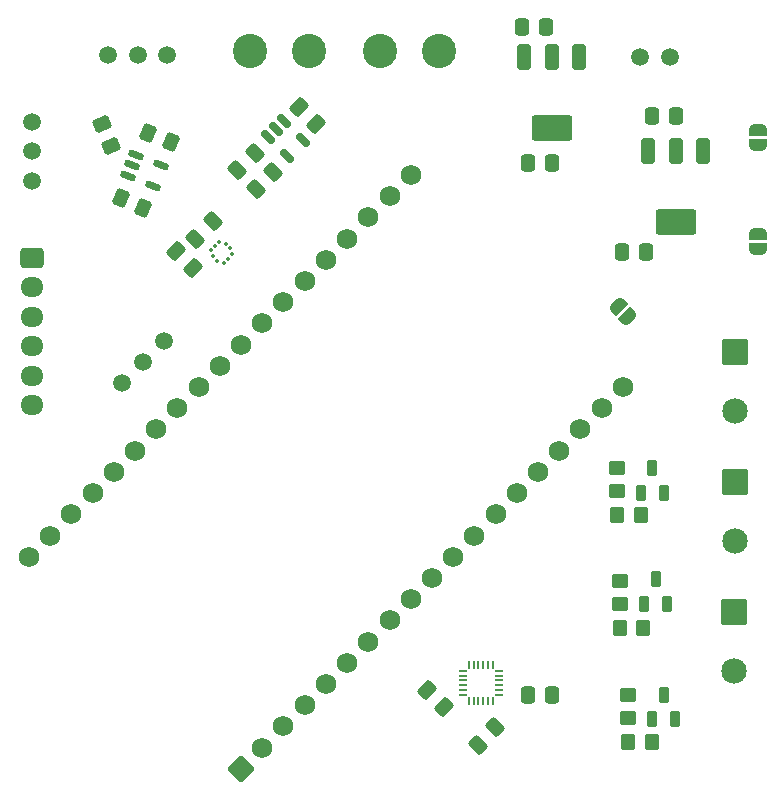
<source format=gbr>
%TF.GenerationSoftware,KiCad,Pcbnew,9.0.1*%
%TF.CreationDate,2025-04-15T15:10:41-07:00*%
%TF.ProjectId,IO:Sensor Board,494f3a53-656e-4736-9f72-20426f617264,rev?*%
%TF.SameCoordinates,Original*%
%TF.FileFunction,Soldermask,Top*%
%TF.FilePolarity,Negative*%
%FSLAX46Y46*%
G04 Gerber Fmt 4.6, Leading zero omitted, Abs format (unit mm)*
G04 Created by KiCad (PCBNEW 9.0.1) date 2025-04-15 15:10:41*
%MOMM*%
%LPD*%
G01*
G04 APERTURE LIST*
G04 Aperture macros list*
%AMRoundRect*
0 Rectangle with rounded corners*
0 $1 Rounding radius*
0 $2 $3 $4 $5 $6 $7 $8 $9 X,Y pos of 4 corners*
0 Add a 4 corners polygon primitive as box body*
4,1,4,$2,$3,$4,$5,$6,$7,$8,$9,$2,$3,0*
0 Add four circle primitives for the rounded corners*
1,1,$1+$1,$2,$3*
1,1,$1+$1,$4,$5*
1,1,$1+$1,$6,$7*
1,1,$1+$1,$8,$9*
0 Add four rect primitives between the rounded corners*
20,1,$1+$1,$2,$3,$4,$5,0*
20,1,$1+$1,$4,$5,$6,$7,0*
20,1,$1+$1,$6,$7,$8,$9,0*
20,1,$1+$1,$8,$9,$2,$3,0*%
%AMRotRect*
0 Rectangle, with rotation*
0 The origin of the aperture is its center*
0 $1 length*
0 $2 width*
0 $3 Rotation angle, in degrees counterclockwise*
0 Add horizontal line*
21,1,$1,$2,0,0,$3*%
%AMFreePoly0*
4,1,23,0.499999,-0.750000,0.000000,-0.750000,0.000000,-0.745722,-0.065263,-0.745722,-0.191342,-0.711940,-0.304381,-0.646677,-0.396677,-0.554382,-0.461940,-0.441342,-0.495722,-0.315263,-0.495722,-0.250000,-0.500000,-0.250000,-0.500000,0.250000,-0.495722,0.250000,-0.495722,0.315263,-0.461940,0.441342,-0.396677,0.554382,-0.304381,0.646677,-0.191342,0.711940,-0.065263,0.745722,0.000000,0.745722,
0.000000,0.750000,0.499999,0.750000,0.499999,-0.750000,0.499999,-0.750000,$1*%
%AMFreePoly1*
4,1,23,0.000000,0.745722,0.065263,0.745722,0.191342,0.711940,0.304381,0.646677,0.396677,0.554382,0.461940,0.441342,0.495722,0.315263,0.495722,0.250000,0.500000,0.250000,0.500000,-0.250000,0.495722,-0.250000,0.495722,-0.315263,0.461940,-0.441342,0.396677,-0.554382,0.304381,-0.646677,0.191342,-0.711940,0.065263,-0.745722,0.000000,-0.745722,0.000000,-0.750000,-0.499999,-0.750000,
-0.499999,0.750000,0.000000,0.750000,0.000000,0.745722,0.000000,0.745722,$1*%
G04 Aperture macros list end*
%ADD10RoundRect,0.250000X-0.337500X-0.475000X0.337500X-0.475000X0.337500X0.475000X-0.337500X0.475000X0*%
%ADD11C,1.498600*%
%ADD12RoundRect,0.250000X-0.350000X-0.450000X0.350000X-0.450000X0.350000X0.450000X-0.350000X0.450000X0*%
%ADD13RoundRect,0.250000X0.574524X0.097227X0.097227X0.574524X-0.574524X-0.097227X-0.097227X-0.574524X0*%
%ADD14RoundRect,0.250000X0.450000X-0.350000X0.450000X0.350000X-0.450000X0.350000X-0.450000X-0.350000X0*%
%ADD15RoundRect,0.141750X-0.425250X0.950250X-0.425250X-0.950250X0.425250X-0.950250X0.425250X0.950250X0*%
%ADD16RoundRect,0.273000X-1.444000X0.819000X-1.444000X-0.819000X1.444000X-0.819000X1.444000X0.819000X0*%
%ADD17FreePoly0,315.000000*%
%ADD18FreePoly1,315.000000*%
%ADD19RoundRect,0.150000X-0.468458X0.256326X0.256326X-0.468458X0.468458X-0.256326X-0.256326X0.468458X0*%
%ADD20RoundRect,0.250000X0.337500X0.475000X-0.337500X0.475000X-0.337500X-0.475000X0.337500X-0.475000X0*%
%ADD21RoundRect,0.250000X-0.493584X-0.309687X0.130035X-0.567998X0.493584X0.309687X-0.130035X0.567998X0*%
%ADD22RoundRect,0.102000X-0.975000X0.975000X-0.975000X-0.975000X0.975000X-0.975000X0.975000X0.975000X0*%
%ADD23C,2.154000*%
%ADD24RoundRect,0.250000X0.097227X-0.574524X0.574524X-0.097227X-0.097227X0.574524X-0.574524X0.097227X0*%
%ADD25FreePoly0,90.000000*%
%ADD26FreePoly1,90.000000*%
%ADD27C,2.904000*%
%ADD28RotRect,0.254000X0.279400X135.000000*%
%ADD29RotRect,0.254000X0.254000X45.000000*%
%ADD30RoundRect,0.250000X-0.574524X-0.097227X-0.097227X-0.574524X0.574524X0.097227X0.097227X0.574524X0*%
%ADD31RoundRect,0.102000X0.325000X-0.550000X0.325000X0.550000X-0.325000X0.550000X-0.325000X-0.550000X0*%
%ADD32RoundRect,0.150000X-0.530891X0.057543X0.416086X-0.334707X0.530891X-0.057543X-0.416086X0.334707X0*%
%ADD33RoundRect,0.102000X1.081873X0.000000X0.000000X1.081873X-1.081873X0.000000X0.000000X-1.081873X0*%
%ADD34C,1.734000*%
%ADD35R,0.660400X0.203200*%
%ADD36R,0.203200X0.660400*%
%ADD37RoundRect,0.250000X-0.567998X0.130035X-0.309687X-0.493584X0.567998X-0.130035X0.309687X0.493584X0*%
%ADD38RoundRect,0.250000X-0.725000X0.600000X-0.725000X-0.600000X0.725000X-0.600000X0.725000X0.600000X0*%
%ADD39O,1.950000X1.700000*%
%ADD40FreePoly0,270.000000*%
%ADD41FreePoly1,270.000000*%
%ADD42RoundRect,0.250000X-0.097227X0.574524X-0.574524X0.097227X0.097227X-0.574524X0.574524X-0.097227X0*%
G04 APERTURE END LIST*
D10*
%TO.C,C9*%
X184925000Y-88000000D03*
X187000000Y-88000000D03*
%TD*%
D11*
%TO.C,J1*%
X146142393Y-95606859D03*
X144374626Y-97374626D03*
X142606859Y-99142393D03*
%TD*%
D12*
%TO.C,R2*%
X185500000Y-129500000D03*
X187500000Y-129500000D03*
%TD*%
D13*
%TO.C,C3*%
X148649714Y-89382812D03*
X147182468Y-87915566D03*
%TD*%
D14*
%TO.C,R3*%
X184760000Y-117850002D03*
X184760000Y-115850000D03*
%TD*%
D15*
%TO.C,U7*%
X191800001Y-79484998D03*
X189500000Y-79485000D03*
X187200001Y-79485000D03*
D16*
X189500000Y-85515000D03*
%TD*%
D17*
%TO.C,JP3*%
X184580762Y-92580762D03*
D18*
X185500000Y-93500000D03*
%TD*%
D19*
%TO.C,U5*%
X156343503Y-76962040D03*
X155671752Y-77633791D03*
X155000001Y-78305542D03*
X156608669Y-79914210D03*
X157952171Y-78570708D03*
%TD*%
D20*
%TO.C,C14*%
X178537500Y-69000000D03*
X176462500Y-69000000D03*
%TD*%
D10*
%TO.C,C15*%
X176962499Y-80514999D03*
X179037499Y-80514999D03*
%TD*%
D21*
%TO.C,C5*%
X142529344Y-83498106D03*
X144446394Y-84292174D03*
%TD*%
D22*
%TO.C,P2*%
X194500000Y-107500000D03*
D23*
X194500000Y-112500000D03*
%TD*%
D24*
%TO.C,C6*%
X153974696Y-82707282D03*
X155441942Y-81240036D03*
%TD*%
D25*
%TO.C,JP2*%
X196500000Y-79000000D03*
D26*
X196500002Y-77699998D03*
%TD*%
D20*
%TO.C,C10*%
X189537500Y-76500000D03*
X187462500Y-76500000D03*
%TD*%
D27*
%TO.C,U10*%
X164500000Y-71000000D03*
X169500000Y-71000000D03*
%TD*%
D24*
%TO.C,C4*%
X152383705Y-81116291D03*
X153850951Y-79649045D03*
%TD*%
D14*
%TO.C,R1*%
X185500000Y-127500001D03*
X185500000Y-125499999D03*
%TD*%
D22*
%TO.C,P3*%
X194500000Y-96500000D03*
D23*
X194500000Y-101500000D03*
%TD*%
D28*
%TO.C,U1*%
X150332203Y-88407431D03*
X150685757Y-88760985D03*
D29*
X151239636Y-88946741D03*
X151593188Y-88593188D03*
X151946741Y-88239636D03*
D28*
X151760985Y-87685757D03*
X151407431Y-87332203D03*
D29*
X150853552Y-87146447D03*
X150500000Y-87500000D03*
X150146447Y-87853552D03*
%TD*%
D11*
%TO.C,J4*%
X189000000Y-71500000D03*
X186500000Y-71500000D03*
%TD*%
D30*
%TO.C,C8*%
X157625134Y-75768798D03*
X159092380Y-77236044D03*
%TD*%
D13*
%TO.C,C12*%
X169908624Y-126558624D03*
X168441378Y-125091378D03*
%TD*%
D31*
%TO.C,Q1*%
X187540000Y-127600001D03*
X189460000Y-127600001D03*
X188500000Y-125500000D03*
%TD*%
D15*
%TO.C,U9*%
X181300001Y-71484998D03*
X179000000Y-71485000D03*
X176700001Y-71485000D03*
D16*
X179000000Y-77515000D03*
%TD*%
D14*
%TO.C,R5*%
X184540000Y-108299999D03*
X184540000Y-106299999D03*
%TD*%
D11*
%TO.C,J5*%
X135000000Y-77000000D03*
X135000000Y-79500000D03*
X135000000Y-82000000D03*
%TD*%
D32*
%TO.C,U3*%
X143837036Y-79818442D03*
X143473487Y-80696127D03*
X143109937Y-81573812D03*
X145211764Y-82444416D03*
X145938863Y-80689046D03*
%TD*%
D31*
%TO.C,Q2*%
X186840000Y-117850001D03*
X188760000Y-117850001D03*
X187800000Y-115750000D03*
%TD*%
D24*
%TO.C,C2*%
X148844169Y-86890261D03*
X150311415Y-85423015D03*
%TD*%
D10*
%TO.C,C11*%
X177000001Y-125500000D03*
X179075001Y-125500000D03*
%TD*%
D33*
%TO.C,U2*%
X152703949Y-131796051D03*
D34*
X154500000Y-130000000D03*
X156296052Y-128203949D03*
X158092103Y-126407897D03*
X159888154Y-124611846D03*
X161684205Y-122815795D03*
X163480257Y-121019744D03*
X165276308Y-119223693D03*
X167072359Y-117427641D03*
X168868410Y-115631590D03*
X170664461Y-113835539D03*
X172460513Y-112039488D03*
X174256564Y-110243436D03*
X176052615Y-108447385D03*
X177848666Y-106651334D03*
X179644718Y-104855283D03*
X181440769Y-103059231D03*
X183236820Y-101263180D03*
X185032871Y-99467129D03*
X167072359Y-81506617D03*
X165276308Y-83302668D03*
X163480257Y-85098719D03*
X161684205Y-86894770D03*
X159888154Y-88690822D03*
X158092103Y-90486873D03*
X156296052Y-92282924D03*
X154500000Y-94078975D03*
X152703949Y-95875027D03*
X150907898Y-97671078D03*
X149111847Y-99467129D03*
X147315795Y-101263180D03*
X145519744Y-103059231D03*
X143723693Y-104855283D03*
X141927642Y-106651334D03*
X140131591Y-108447385D03*
X138335539Y-110243436D03*
X136539488Y-112039488D03*
X134743437Y-113835539D03*
%TD*%
D12*
%TO.C,R6*%
X184540000Y-110299999D03*
X186540000Y-110299999D03*
%TD*%
D35*
%TO.C,U4*%
X171476000Y-123499999D03*
X171476000Y-123900001D03*
X171476000Y-124300000D03*
X171476000Y-124700000D03*
X171476000Y-125099999D03*
X171476000Y-125500001D03*
D36*
X171999999Y-126024000D03*
X172400001Y-126024000D03*
X172800000Y-126024000D03*
X173200000Y-126024000D03*
X173599999Y-126024000D03*
X174000001Y-126024000D03*
D35*
X174524000Y-125500001D03*
X174524000Y-125099999D03*
X174524000Y-124700000D03*
X174524000Y-124300000D03*
X174524000Y-123900001D03*
X174524000Y-123499999D03*
D36*
X174000001Y-122976000D03*
X173599999Y-122976000D03*
X173200000Y-122976000D03*
X172800000Y-122976000D03*
X172400001Y-122976000D03*
X171999999Y-122976000D03*
%TD*%
D37*
%TO.C,C1*%
X140921070Y-77167102D03*
X141715138Y-79084152D03*
%TD*%
D31*
%TO.C,Q3*%
X186580000Y-108400000D03*
X188500000Y-108400000D03*
X187540000Y-106299999D03*
%TD*%
D11*
%TO.C,J2*%
X146466600Y-71329801D03*
X143966600Y-71329801D03*
X141466600Y-71329801D03*
%TD*%
D38*
%TO.C,J3*%
X135000000Y-88500000D03*
D39*
X135000000Y-91000000D03*
X135000000Y-93500000D03*
X135000000Y-95999999D03*
X134999999Y-98499999D03*
X135000000Y-101000000D03*
%TD*%
D21*
%TO.C,C7*%
X144825447Y-77954828D03*
X146742497Y-78748896D03*
%TD*%
D40*
%TO.C,JP1*%
X196500000Y-86500000D03*
D41*
X196500002Y-87800002D03*
%TD*%
D22*
%TO.C,P1*%
X194462500Y-118500000D03*
D23*
X194462500Y-123500000D03*
%TD*%
D12*
%TO.C,R4*%
X184760000Y-119850001D03*
X186760000Y-119850001D03*
%TD*%
D42*
%TO.C,C13*%
X174233624Y-128266377D03*
X172766378Y-129733623D03*
%TD*%
D27*
%TO.C,U8*%
X153500000Y-71000000D03*
X158500000Y-71000000D03*
%TD*%
M02*

</source>
